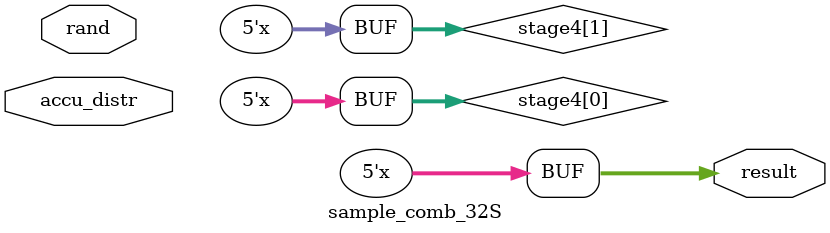
<source format=v>
`define PARA_SIZE 8 // the number of rand_buff ports, the total number parallel FSMs is `PARA_SIZE*`BLOCKS_PER_32 
`define BIT_WID 8
`define BLOCKS_PER_32 4 //32/BIT_WID 
`define POSSI_S 32 //the number of all possible states
`define RESULT_SIZE 5 // log(2,POSSI_S)

`define STAT_WAIT 0
`define STAT_READ 1
`define STAT_FINI 2 
module sample
  (
  output [`PARA_SIZE-1:0] rand_rd,
  input [`PARA_SIZE-1:0] rand_ready,
  input [32*`PARA_SIZE-1:0] rand_data,
  
  input clk,
  input rstn,
  input enable,
  input [`BIT_WID*`POSSI_S-1:0] accu_distr,
  output done,
  output ready,
  output [`RESULT_SIZE*`PARA_SIZE*`BLOCKS_PER_32-1:0] result
  );
  
  wire [`BLOCKS_PER_32-1:0] temp_rd [`PARA_SIZE-1:0];
  wire [`PARA_SIZE*`BLOCKS_PER_32-1:0] finish;
  wire [`PARA_SIZE*`BLOCKS_PER_32-1:0] temp_ready;
  wire [`BIT_WID-1:0] rand [`PARA_SIZE-1:0][`BLOCKS_PER_32-1:0];
  assign done = &finish;
  assign ready = &temp_ready;
  
  generate
    genvar k1, k2;
    for(k1 = 0; k1 < `PARA_SIZE; k1=k1+1) begin: ports
      
      assign rand_rd[k1] = &temp_rd[k1];
      
      for(k2 = 0; k2 < `BLOCKS_PER_32; k2=k2+1) begin: blocks
        sample_FSM fsm(
                       .clk(clk),
                       .rstn(rstn),
                       .done(done),
                       .enable(enable),
                       .rand_ready(rand_ready[k1]),
                       .rand_data(rand_data[32*k1+`BIT_WID*(k2+1)-1:32*k1+`BIT_WID*k2]),
  
                       .rand_rd(rand_rd[k1]),
                       .temp_rd(temp_rd[k1][k2]),
                       .finish(finish[k1*`BLOCKS_PER_32+k2]),
                       .ready(temp_ready[k1*`BLOCKS_PER_32+k2]),
                       .rand(rand[k1][k2])    //maybe prob
                      );
        sample_comb_32S  comb_32s(
                       .accu_distr(accu_distr),
                       .rand(rand[k1][k2]),
                       .result(result[`RESULT_SIZE*`BLOCKS_PER_32*k1+`RESULT_SIZE*(k2+1)-1:`RESULT_SIZE*`BLOCKS_PER_32*k1+`RESULT_SIZE*k2]) //unfinished 
                     );
      end
    end
  endgenerate
  
endmodule

module sample_FSM
  (
  input clk,
  input rstn,
  input done,
  input enable,
  input rand_ready,
  input[`BIT_WID-1:0] rand_data,
  
  input rand_rd,
  output temp_rd,
  output finish,
  output ready,
  output reg[`BIT_WID-1:0] rand
  );
  
  reg [1:0] state;
  
  always @(posedge clk or negedge rstn) begin
    if(~rstn) begin
      state <= `STAT_WAIT;
      rand <= 0;
    end
    else begin
      case(state)
        `STAT_WAIT: begin
          if(enable&rand_ready) begin
            state <= `STAT_READ;
            rand <= rand_data;
          end
          else begin
            state <= `STAT_WAIT;
          end
        end
        `STAT_READ: begin
          if(rand_rd) begin
            state <= `STAT_FINI;
          end
          else begin
            state <= `STAT_READ;
          end
        end
        `STAT_FINI: begin
          if(done) begin
            state <= `STAT_WAIT;
          end
          else begin
            state <= `STAT_FINI;
          end
        end
      endcase
    end
  end
  
  assign ready = (state == `STAT_WAIT);
  assign temp_rd = (state == `STAT_READ);
  assign finish = (state == `STAT_FINI);
endmodule

module sample_comb_32S  //only use for `POSSI_S == 32
  (
  input[`BIT_WID*`POSSI_S-1:0] accu_distr,
  input[`BIT_WID-1:0] rand,
  output[`RESULT_SIZE-1:0] result 
  );
  
  wire[1:0] stage1 [15:0];
  wire[2:0] stage2 [7:0];
  wire[3:0] stage3 [3:0];
  wire[4:0] stage4 [1:0];
  
 // wire[5:0] stage5 [3:0];
 // wire[6:0] stage6 [1:0];
 // assign stage1[1] = (rand>accu_distr[(2*1+1)*`BIT_WID-1:2*1*`BIT_WID]) + (rand>accu_distr[(2*1+2)*`BIT_WID-1:(2*1+1)*`BIT_WID]);

  generate
    genvar s1;
    for(s1 = 0; s1 < 16; s1=s1+1) begin: sta1
      assign stage1[s1] = (rand>accu_distr[(2*s1+1)*`BIT_WID-1:2*s1*`BIT_WID]) + (rand>accu_distr[(2*s1+2)*`BIT_WID-1:(2*s1+1)*`BIT_WID]);
    end
  endgenerate
  
  generate
    genvar s2;
    for(s2 = 0; s2 < 8; s2=s2+1) begin: sta2
      assign stage2[s2] = stage1[2*s2] + stage1[2*s2+1];
    end
  endgenerate
  
  generate
    genvar s3;
    for(s3 = 0; s3 < 4; s3=s3+1) begin: sta3
      assign stage3[s3] = stage2[2*s3] + stage2[2*s3+1];
    end
  endgenerate
  
   /*generate
     genvar s4;
     for(s4 = 0; s4 < 8; s4=s4+1) begin: sta4
       assign stage4[s4] = stage3[2*s4] + stage3[2*s4+1];
     end
   endgenerate
   
   generate
       genvar s5;
       for(s5 = 0; s5 < 4; s5=s5+1) begin: sta5
         assign stage5[s5] = stage4[2*s5] + stage4[2*s5+1];
       end
     endgenerate*/
     
  assign stage4[0] = stage3[0] + stage3[1];
  assign stage4[1] = stage3[2] + stage3[3];
  
  assign result = stage4[0] + stage4[1];
endmodule
</source>
